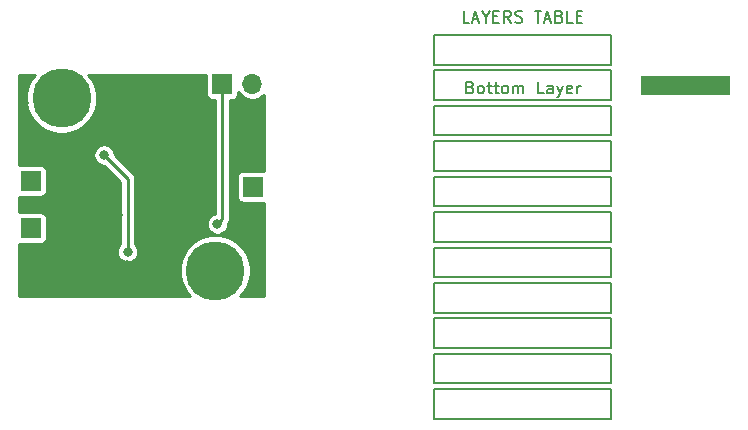
<source format=gbr>
%TF.GenerationSoftware,KiCad,Pcbnew,(5.1.6)-1*%
%TF.CreationDate,2020-07-26T11:23:49+05:30*%
%TF.ProjectId,KiCAD Demo- Buck-Boost Regulator,4b694341-4420-4446-956d-6f2d20427563,rev?*%
%TF.SameCoordinates,Original*%
%TF.FileFunction,Copper,L2,Bot*%
%TF.FilePolarity,Positive*%
%FSLAX46Y46*%
G04 Gerber Fmt 4.6, Leading zero omitted, Abs format (unit mm)*
G04 Created by KiCad (PCBNEW (5.1.6)-1) date 2020-07-26 11:23:49*
%MOMM*%
%LPD*%
G01*
G04 APERTURE LIST*
%TA.AperFunction,NonConductor*%
%ADD10C,0.150000*%
%TD*%
%TA.AperFunction,NonConductor*%
%ADD11C,0.100000*%
%TD*%
%TA.AperFunction,ComponentPad*%
%ADD12O,1.700000X1.700000*%
%TD*%
%TA.AperFunction,ComponentPad*%
%ADD13R,1.700000X1.700000*%
%TD*%
%TA.AperFunction,ComponentPad*%
%ADD14C,0.800000*%
%TD*%
%TA.AperFunction,ComponentPad*%
%ADD15C,5.000000*%
%TD*%
%TA.AperFunction,ViaPad*%
%ADD16C,0.800000*%
%TD*%
%TA.AperFunction,Conductor*%
%ADD17C,0.250000*%
%TD*%
%TA.AperFunction,Conductor*%
%ADD18C,0.254000*%
%TD*%
G04 APERTURE END LIST*
D10*
X138726190Y-66202380D02*
X138250000Y-66202380D01*
X138250000Y-65202380D01*
X139011904Y-65916666D02*
X139488095Y-65916666D01*
X138916666Y-66202380D02*
X139250000Y-65202380D01*
X139583333Y-66202380D01*
X140107142Y-65726190D02*
X140107142Y-66202380D01*
X139773809Y-65202380D02*
X140107142Y-65726190D01*
X140440476Y-65202380D01*
X140773809Y-65678571D02*
X141107142Y-65678571D01*
X141250000Y-66202380D02*
X140773809Y-66202380D01*
X140773809Y-65202380D01*
X141250000Y-65202380D01*
X142250000Y-66202380D02*
X141916666Y-65726190D01*
X141678571Y-66202380D02*
X141678571Y-65202380D01*
X142059523Y-65202380D01*
X142154761Y-65250000D01*
X142202380Y-65297619D01*
X142250000Y-65392857D01*
X142250000Y-65535714D01*
X142202380Y-65630952D01*
X142154761Y-65678571D01*
X142059523Y-65726190D01*
X141678571Y-65726190D01*
X142630952Y-66154761D02*
X142773809Y-66202380D01*
X143011904Y-66202380D01*
X143107142Y-66154761D01*
X143154761Y-66107142D01*
X143202380Y-66011904D01*
X143202380Y-65916666D01*
X143154761Y-65821428D01*
X143107142Y-65773809D01*
X143011904Y-65726190D01*
X142821428Y-65678571D01*
X142726190Y-65630952D01*
X142678571Y-65583333D01*
X142630952Y-65488095D01*
X142630952Y-65392857D01*
X142678571Y-65297619D01*
X142726190Y-65250000D01*
X142821428Y-65202380D01*
X143059523Y-65202380D01*
X143202380Y-65250000D01*
X144250000Y-65202380D02*
X144821428Y-65202380D01*
X144535714Y-66202380D02*
X144535714Y-65202380D01*
X145107142Y-65916666D02*
X145583333Y-65916666D01*
X145011904Y-66202380D02*
X145345238Y-65202380D01*
X145678571Y-66202380D01*
X146345238Y-65678571D02*
X146488095Y-65726190D01*
X146535714Y-65773809D01*
X146583333Y-65869047D01*
X146583333Y-66011904D01*
X146535714Y-66107142D01*
X146488095Y-66154761D01*
X146392857Y-66202380D01*
X146011904Y-66202380D01*
X146011904Y-65202380D01*
X146345238Y-65202380D01*
X146440476Y-65250000D01*
X146488095Y-65297619D01*
X146535714Y-65392857D01*
X146535714Y-65488095D01*
X146488095Y-65583333D01*
X146440476Y-65630952D01*
X146345238Y-65678571D01*
X146011904Y-65678571D01*
X147488095Y-66202380D02*
X147011904Y-66202380D01*
X147011904Y-65202380D01*
X147821428Y-65678571D02*
X148154761Y-65678571D01*
X148297619Y-66202380D02*
X147821428Y-66202380D01*
X147821428Y-65202380D01*
X148297619Y-65202380D01*
D11*
G36*
X160750000Y-72250000D02*
G01*
X153250000Y-72250000D01*
X153250000Y-70750000D01*
X160750000Y-70750000D01*
X160750000Y-72250000D01*
G37*
X160750000Y-72250000D02*
X153250000Y-72250000D01*
X153250000Y-70750000D01*
X160750000Y-70750000D01*
X160750000Y-72250000D01*
D10*
X138821428Y-71678571D02*
X138964285Y-71726190D01*
X139011904Y-71773809D01*
X139059523Y-71869047D01*
X139059523Y-72011904D01*
X139011904Y-72107142D01*
X138964285Y-72154761D01*
X138869047Y-72202380D01*
X138488095Y-72202380D01*
X138488095Y-71202380D01*
X138821428Y-71202380D01*
X138916666Y-71250000D01*
X138964285Y-71297619D01*
X139011904Y-71392857D01*
X139011904Y-71488095D01*
X138964285Y-71583333D01*
X138916666Y-71630952D01*
X138821428Y-71678571D01*
X138488095Y-71678571D01*
X139630952Y-72202380D02*
X139535714Y-72154761D01*
X139488095Y-72107142D01*
X139440476Y-72011904D01*
X139440476Y-71726190D01*
X139488095Y-71630952D01*
X139535714Y-71583333D01*
X139630952Y-71535714D01*
X139773809Y-71535714D01*
X139869047Y-71583333D01*
X139916666Y-71630952D01*
X139964285Y-71726190D01*
X139964285Y-72011904D01*
X139916666Y-72107142D01*
X139869047Y-72154761D01*
X139773809Y-72202380D01*
X139630952Y-72202380D01*
X140250000Y-71535714D02*
X140630952Y-71535714D01*
X140392857Y-71202380D02*
X140392857Y-72059523D01*
X140440476Y-72154761D01*
X140535714Y-72202380D01*
X140630952Y-72202380D01*
X140821428Y-71535714D02*
X141202380Y-71535714D01*
X140964285Y-71202380D02*
X140964285Y-72059523D01*
X141011904Y-72154761D01*
X141107142Y-72202380D01*
X141202380Y-72202380D01*
X141678571Y-72202380D02*
X141583333Y-72154761D01*
X141535714Y-72107142D01*
X141488095Y-72011904D01*
X141488095Y-71726190D01*
X141535714Y-71630952D01*
X141583333Y-71583333D01*
X141678571Y-71535714D01*
X141821428Y-71535714D01*
X141916666Y-71583333D01*
X141964285Y-71630952D01*
X142011904Y-71726190D01*
X142011904Y-72011904D01*
X141964285Y-72107142D01*
X141916666Y-72154761D01*
X141821428Y-72202380D01*
X141678571Y-72202380D01*
X142440476Y-72202380D02*
X142440476Y-71535714D01*
X142440476Y-71630952D02*
X142488095Y-71583333D01*
X142583333Y-71535714D01*
X142726190Y-71535714D01*
X142821428Y-71583333D01*
X142869047Y-71678571D01*
X142869047Y-72202380D01*
X142869047Y-71678571D02*
X142916666Y-71583333D01*
X143011904Y-71535714D01*
X143154761Y-71535714D01*
X143250000Y-71583333D01*
X143297619Y-71678571D01*
X143297619Y-72202380D01*
X145011904Y-72202380D02*
X144535714Y-72202380D01*
X144535714Y-71202380D01*
X145773809Y-72202380D02*
X145773809Y-71678571D01*
X145726190Y-71583333D01*
X145630952Y-71535714D01*
X145440476Y-71535714D01*
X145345238Y-71583333D01*
X145773809Y-72154761D02*
X145678571Y-72202380D01*
X145440476Y-72202380D01*
X145345238Y-72154761D01*
X145297619Y-72059523D01*
X145297619Y-71964285D01*
X145345238Y-71869047D01*
X145440476Y-71821428D01*
X145678571Y-71821428D01*
X145773809Y-71773809D01*
X146154761Y-71535714D02*
X146392857Y-72202380D01*
X146630952Y-71535714D02*
X146392857Y-72202380D01*
X146297619Y-72440476D01*
X146250000Y-72488095D01*
X146154761Y-72535714D01*
X147392857Y-72154761D02*
X147297619Y-72202380D01*
X147107142Y-72202380D01*
X147011904Y-72154761D01*
X146964285Y-72059523D01*
X146964285Y-71678571D01*
X147011904Y-71583333D01*
X147107142Y-71535714D01*
X147297619Y-71535714D01*
X147392857Y-71583333D01*
X147440476Y-71678571D01*
X147440476Y-71773809D01*
X146964285Y-71869047D01*
X147869047Y-72202380D02*
X147869047Y-71535714D01*
X147869047Y-71726190D02*
X147916666Y-71630952D01*
X147964285Y-71583333D01*
X148059523Y-71535714D01*
X148154761Y-71535714D01*
X150750000Y-99750000D02*
X135750000Y-99750000D01*
X150750000Y-97250000D02*
X150750000Y-99750000D01*
X135750000Y-99750000D02*
X135750000Y-97250000D01*
X135750000Y-96750000D02*
X135750000Y-94250000D01*
X135750000Y-97250000D02*
X150750000Y-97250000D01*
X135750000Y-94250000D02*
X150750000Y-94250000D01*
X150750000Y-94250000D02*
X150750000Y-96750000D01*
X150750000Y-96750000D02*
X135750000Y-96750000D01*
X135750000Y-91250000D02*
X150750000Y-91250000D01*
X135750000Y-93750000D02*
X135750000Y-91250000D01*
X150750000Y-91250000D02*
X150750000Y-93750000D01*
X150750000Y-93750000D02*
X135750000Y-93750000D01*
X135750000Y-87750000D02*
X135750000Y-85250000D01*
X135750000Y-85250000D02*
X150750000Y-85250000D01*
X150750000Y-87750000D02*
X135750000Y-87750000D01*
X150750000Y-85250000D02*
X150750000Y-87750000D01*
X135750000Y-90750000D02*
X135750000Y-88250000D01*
X135750000Y-88250000D02*
X150750000Y-88250000D01*
X150750000Y-88250000D02*
X150750000Y-90750000D01*
X150750000Y-90750000D02*
X135750000Y-90750000D01*
X150750000Y-79250000D02*
X150750000Y-81750000D01*
X150750000Y-81750000D02*
X135750000Y-81750000D01*
X135750000Y-81750000D02*
X135750000Y-79250000D01*
X135750000Y-79250000D02*
X150750000Y-79250000D01*
X150750000Y-82250000D02*
X150750000Y-84750000D01*
X135750000Y-82250000D02*
X150750000Y-82250000D01*
X150750000Y-84750000D02*
X135750000Y-84750000D01*
X135750000Y-84750000D02*
X135750000Y-82250000D01*
X150750000Y-76250000D02*
X150750000Y-78750000D01*
X150750000Y-78750000D02*
X135750000Y-78750000D01*
X135750000Y-78750000D02*
X135750000Y-76250000D01*
X135750000Y-76250000D02*
X150750000Y-76250000D01*
X150750000Y-73250000D02*
X150750000Y-75750000D01*
X150750000Y-75750000D02*
X135750000Y-75750000D01*
X135750000Y-75750000D02*
X135750000Y-73250000D01*
X135750000Y-73250000D02*
X150750000Y-73250000D01*
X150750000Y-70250000D02*
X150750000Y-72750000D01*
X150750000Y-72750000D02*
X135750000Y-72750000D01*
X135750000Y-72750000D02*
X135750000Y-70250000D01*
X135750000Y-70250000D02*
X150750000Y-70250000D01*
X135750000Y-67250000D02*
X150750000Y-67250000D01*
X135750000Y-69750000D02*
X135750000Y-67250000D01*
X150750000Y-69750000D02*
X135750000Y-69750000D01*
X150750000Y-67250000D02*
X150750000Y-69750000D01*
D12*
%TO.P,J1,2*%
%TO.N,GND*%
X101600000Y-86140000D03*
D13*
%TO.P,J1,1*%
%TO.N,/Power /+VBAT*%
X101600000Y-83600000D03*
%TD*%
D12*
%TO.P,J2,2*%
%TO.N,GND*%
X120400000Y-82640000D03*
D13*
%TO.P,J2,1*%
%TO.N,+VOUT*%
X120400000Y-80100000D03*
%TD*%
%TO.P,J3,1*%
%TO.N,/Power /+VBAT*%
X101600000Y-79600000D03*
D12*
%TO.P,J3,2*%
%TO.N,GND*%
X101600000Y-77060000D03*
%TD*%
%TO.P,JP1,2*%
%TO.N,Net-(JP1-Pad2)*%
X120340000Y-71400000D03*
D13*
%TO.P,JP1,1*%
%TO.N,/Power /PG*%
X117800000Y-71400000D03*
%TD*%
D14*
%TO.P,H1,1*%
%TO.N,N/C*%
X105525825Y-71274175D03*
X104200000Y-70725000D03*
X102874175Y-71274175D03*
X102325000Y-72600000D03*
X102874175Y-73925825D03*
X104200000Y-74475000D03*
X105525825Y-73925825D03*
X106075000Y-72600000D03*
D15*
X104200000Y-72600000D03*
%TD*%
%TO.P,H2,1*%
%TO.N,N/C*%
X117200000Y-87200000D03*
D14*
X119075000Y-87200000D03*
X118525825Y-88525825D03*
X117200000Y-89075000D03*
X115874175Y-88525825D03*
X115325000Y-87200000D03*
X115874175Y-85874175D03*
X117200000Y-85325000D03*
X118525825Y-85874175D03*
%TD*%
D16*
%TO.N,GND*%
X111479998Y-77600000D03*
X109000000Y-82500000D03*
X108000000Y-82500000D03*
X107000000Y-82500000D03*
X106000000Y-82500000D03*
X105000000Y-83500000D03*
X105000000Y-84500000D03*
X104000000Y-85500000D03*
X104000000Y-86500000D03*
X104000000Y-87500000D03*
X101000000Y-75000000D03*
X101000000Y-74000000D03*
X101000000Y-73000000D03*
X102000000Y-75000000D03*
X103500000Y-76000000D03*
X121000000Y-85000000D03*
X120000000Y-84500000D03*
X119000000Y-84000000D03*
X121000000Y-77000000D03*
X120000000Y-77000000D03*
X119000000Y-77000000D03*
X114000000Y-82600000D03*
X115100000Y-82600000D03*
X116100000Y-82600000D03*
X111000000Y-85400000D03*
X111000000Y-86400000D03*
X108000000Y-86000000D03*
X106000000Y-83800000D03*
X106000000Y-85000000D03*
X105000000Y-86000000D03*
X105000000Y-87000000D03*
X106000000Y-86600000D03*
X106800000Y-85800000D03*
X107200000Y-86800000D03*
X106200000Y-87600000D03*
X119000000Y-78000000D03*
X120000000Y-78000000D03*
X111600000Y-83200000D03*
X106800000Y-84400000D03*
X110800000Y-82600000D03*
X107750000Y-76250000D03*
X109750000Y-86750000D03*
X108500000Y-75250000D03*
X116250000Y-73250000D03*
X115000000Y-73250000D03*
X115000000Y-74750000D03*
X116250000Y-74750000D03*
%TO.N,/Power /PG*%
X117400000Y-83249985D03*
%TO.N,Net-(R2-Pad1)*%
X107800000Y-77400000D03*
X109800000Y-85600000D03*
%TD*%
D17*
%TO.N,/Power /PG*%
X117800000Y-71400000D02*
X117799999Y-82849986D01*
X117799999Y-82849986D02*
X117400000Y-83249985D01*
%TO.N,Net-(R2-Pad1)*%
X107800000Y-77400000D02*
X109800000Y-79400000D01*
X109800000Y-79400000D02*
X109800000Y-85600000D01*
%TD*%
D18*
%TO.N,GND*%
G36*
X101863534Y-70682512D02*
G01*
X101534345Y-71175178D01*
X101307596Y-71722599D01*
X101192000Y-72303738D01*
X101192000Y-72896262D01*
X101307596Y-73477401D01*
X101534345Y-74024822D01*
X101863534Y-74517488D01*
X102282512Y-74936466D01*
X102775178Y-75265655D01*
X103322599Y-75492404D01*
X103903738Y-75608000D01*
X104496262Y-75608000D01*
X105077401Y-75492404D01*
X105624822Y-75265655D01*
X106117488Y-74936466D01*
X106536466Y-74517488D01*
X106865655Y-74024822D01*
X107092404Y-73477401D01*
X107208000Y-72896262D01*
X107208000Y-72303738D01*
X107092404Y-71722599D01*
X106865655Y-71175178D01*
X106536466Y-70682512D01*
X106480954Y-70627000D01*
X116439543Y-70627000D01*
X116439543Y-72250000D01*
X116449351Y-72349585D01*
X116478399Y-72445343D01*
X116525571Y-72533595D01*
X116589052Y-72610948D01*
X116666405Y-72674429D01*
X116754657Y-72721601D01*
X116850415Y-72750649D01*
X116950000Y-72760457D01*
X117167001Y-72760457D01*
X117166999Y-82370543D01*
X117135146Y-82376879D01*
X116969901Y-82445326D01*
X116821184Y-82544696D01*
X116694711Y-82671169D01*
X116595341Y-82819886D01*
X116526894Y-82985131D01*
X116492000Y-83160555D01*
X116492000Y-83339415D01*
X116526894Y-83514839D01*
X116595341Y-83680084D01*
X116694711Y-83828801D01*
X116821184Y-83955274D01*
X116969901Y-84054644D01*
X117135146Y-84123091D01*
X117310570Y-84157985D01*
X117489430Y-84157985D01*
X117664854Y-84123091D01*
X117830099Y-84054644D01*
X117978816Y-83955274D01*
X118105289Y-83828801D01*
X118204659Y-83680084D01*
X118273106Y-83514839D01*
X118308000Y-83339415D01*
X118308000Y-83228787D01*
X118328865Y-83203363D01*
X118387643Y-83093397D01*
X118423839Y-82974076D01*
X118436061Y-82849987D01*
X118432998Y-82818888D01*
X118433000Y-72760457D01*
X118650000Y-72760457D01*
X118749585Y-72750649D01*
X118845343Y-72721601D01*
X118933595Y-72674429D01*
X119010948Y-72610948D01*
X119074429Y-72533595D01*
X119121601Y-72445343D01*
X119150649Y-72349585D01*
X119160457Y-72250000D01*
X119160457Y-72079025D01*
X119285172Y-72265675D01*
X119474325Y-72454828D01*
X119696746Y-72603444D01*
X119943886Y-72705813D01*
X120206249Y-72758000D01*
X120473751Y-72758000D01*
X120736114Y-72705813D01*
X120983254Y-72603444D01*
X121205675Y-72454828D01*
X121373000Y-72287503D01*
X121373000Y-78756454D01*
X121349585Y-78749351D01*
X121250000Y-78739543D01*
X119550000Y-78739543D01*
X119450415Y-78749351D01*
X119354657Y-78778399D01*
X119266405Y-78825571D01*
X119189052Y-78889052D01*
X119125571Y-78966405D01*
X119078399Y-79054657D01*
X119049351Y-79150415D01*
X119039543Y-79250000D01*
X119039543Y-80950000D01*
X119049351Y-81049585D01*
X119078399Y-81145343D01*
X119125571Y-81233595D01*
X119189052Y-81310948D01*
X119266405Y-81374429D01*
X119354657Y-81421601D01*
X119450415Y-81450649D01*
X119550000Y-81460457D01*
X121250000Y-81460457D01*
X121349585Y-81450649D01*
X121373000Y-81443546D01*
X121373000Y-89373000D01*
X119280954Y-89373000D01*
X119536466Y-89117488D01*
X119865655Y-88624822D01*
X120092404Y-88077401D01*
X120208000Y-87496262D01*
X120208000Y-86903738D01*
X120092404Y-86322599D01*
X119865655Y-85775178D01*
X119536466Y-85282512D01*
X119117488Y-84863534D01*
X118624822Y-84534345D01*
X118077401Y-84307596D01*
X117496262Y-84192000D01*
X116903738Y-84192000D01*
X116322599Y-84307596D01*
X115775178Y-84534345D01*
X115282512Y-84863534D01*
X114863534Y-85282512D01*
X114534345Y-85775178D01*
X114307596Y-86322599D01*
X114192000Y-86903738D01*
X114192000Y-87496262D01*
X114307596Y-88077401D01*
X114534345Y-88624822D01*
X114863534Y-89117488D01*
X115119046Y-89373000D01*
X100627000Y-89373000D01*
X100627000Y-84943546D01*
X100650415Y-84950649D01*
X100750000Y-84960457D01*
X102450000Y-84960457D01*
X102549585Y-84950649D01*
X102645343Y-84921601D01*
X102733595Y-84874429D01*
X102810948Y-84810948D01*
X102874429Y-84733595D01*
X102921601Y-84645343D01*
X102950649Y-84549585D01*
X102960457Y-84450000D01*
X102960457Y-82750000D01*
X102950649Y-82650415D01*
X102921601Y-82554657D01*
X102874429Y-82466405D01*
X102810948Y-82389052D01*
X102733595Y-82325571D01*
X102645343Y-82278399D01*
X102549585Y-82249351D01*
X102450000Y-82239543D01*
X100750000Y-82239543D01*
X100650415Y-82249351D01*
X100627000Y-82256454D01*
X100627000Y-80943546D01*
X100650415Y-80950649D01*
X100750000Y-80960457D01*
X102450000Y-80960457D01*
X102549585Y-80950649D01*
X102645343Y-80921601D01*
X102733595Y-80874429D01*
X102810948Y-80810948D01*
X102874429Y-80733595D01*
X102921601Y-80645343D01*
X102950649Y-80549585D01*
X102960457Y-80450000D01*
X102960457Y-78750000D01*
X102950649Y-78650415D01*
X102921601Y-78554657D01*
X102874429Y-78466405D01*
X102810948Y-78389052D01*
X102733595Y-78325571D01*
X102645343Y-78278399D01*
X102549585Y-78249351D01*
X102450000Y-78239543D01*
X100750000Y-78239543D01*
X100650415Y-78249351D01*
X100627000Y-78256454D01*
X100627000Y-77310570D01*
X106892000Y-77310570D01*
X106892000Y-77489430D01*
X106926894Y-77664854D01*
X106995341Y-77830099D01*
X107094711Y-77978816D01*
X107221184Y-78105289D01*
X107369901Y-78204659D01*
X107535146Y-78273106D01*
X107710570Y-78308000D01*
X107812803Y-78308000D01*
X109167000Y-79662198D01*
X109167001Y-84948894D01*
X109094711Y-85021184D01*
X108995341Y-85169901D01*
X108926894Y-85335146D01*
X108892000Y-85510570D01*
X108892000Y-85689430D01*
X108926894Y-85864854D01*
X108995341Y-86030099D01*
X109094711Y-86178816D01*
X109221184Y-86305289D01*
X109369901Y-86404659D01*
X109535146Y-86473106D01*
X109710570Y-86508000D01*
X109889430Y-86508000D01*
X110064854Y-86473106D01*
X110230099Y-86404659D01*
X110378816Y-86305289D01*
X110505289Y-86178816D01*
X110604659Y-86030099D01*
X110673106Y-85864854D01*
X110708000Y-85689430D01*
X110708000Y-85510570D01*
X110673106Y-85335146D01*
X110604659Y-85169901D01*
X110505289Y-85021184D01*
X110433000Y-84948895D01*
X110433000Y-79431085D01*
X110436062Y-79399999D01*
X110433000Y-79368912D01*
X110423840Y-79275910D01*
X110387645Y-79156590D01*
X110328866Y-79046623D01*
X110249764Y-78950236D01*
X110225619Y-78930422D01*
X108708000Y-77412803D01*
X108708000Y-77310570D01*
X108673106Y-77135146D01*
X108604659Y-76969901D01*
X108505289Y-76821184D01*
X108378816Y-76694711D01*
X108230099Y-76595341D01*
X108064854Y-76526894D01*
X107889430Y-76492000D01*
X107710570Y-76492000D01*
X107535146Y-76526894D01*
X107369901Y-76595341D01*
X107221184Y-76694711D01*
X107094711Y-76821184D01*
X106995341Y-76969901D01*
X106926894Y-77135146D01*
X106892000Y-77310570D01*
X100627000Y-77310570D01*
X100627000Y-70627000D01*
X101919046Y-70627000D01*
X101863534Y-70682512D01*
G37*
X101863534Y-70682512D02*
X101534345Y-71175178D01*
X101307596Y-71722599D01*
X101192000Y-72303738D01*
X101192000Y-72896262D01*
X101307596Y-73477401D01*
X101534345Y-74024822D01*
X101863534Y-74517488D01*
X102282512Y-74936466D01*
X102775178Y-75265655D01*
X103322599Y-75492404D01*
X103903738Y-75608000D01*
X104496262Y-75608000D01*
X105077401Y-75492404D01*
X105624822Y-75265655D01*
X106117488Y-74936466D01*
X106536466Y-74517488D01*
X106865655Y-74024822D01*
X107092404Y-73477401D01*
X107208000Y-72896262D01*
X107208000Y-72303738D01*
X107092404Y-71722599D01*
X106865655Y-71175178D01*
X106536466Y-70682512D01*
X106480954Y-70627000D01*
X116439543Y-70627000D01*
X116439543Y-72250000D01*
X116449351Y-72349585D01*
X116478399Y-72445343D01*
X116525571Y-72533595D01*
X116589052Y-72610948D01*
X116666405Y-72674429D01*
X116754657Y-72721601D01*
X116850415Y-72750649D01*
X116950000Y-72760457D01*
X117167001Y-72760457D01*
X117166999Y-82370543D01*
X117135146Y-82376879D01*
X116969901Y-82445326D01*
X116821184Y-82544696D01*
X116694711Y-82671169D01*
X116595341Y-82819886D01*
X116526894Y-82985131D01*
X116492000Y-83160555D01*
X116492000Y-83339415D01*
X116526894Y-83514839D01*
X116595341Y-83680084D01*
X116694711Y-83828801D01*
X116821184Y-83955274D01*
X116969901Y-84054644D01*
X117135146Y-84123091D01*
X117310570Y-84157985D01*
X117489430Y-84157985D01*
X117664854Y-84123091D01*
X117830099Y-84054644D01*
X117978816Y-83955274D01*
X118105289Y-83828801D01*
X118204659Y-83680084D01*
X118273106Y-83514839D01*
X118308000Y-83339415D01*
X118308000Y-83228787D01*
X118328865Y-83203363D01*
X118387643Y-83093397D01*
X118423839Y-82974076D01*
X118436061Y-82849987D01*
X118432998Y-82818888D01*
X118433000Y-72760457D01*
X118650000Y-72760457D01*
X118749585Y-72750649D01*
X118845343Y-72721601D01*
X118933595Y-72674429D01*
X119010948Y-72610948D01*
X119074429Y-72533595D01*
X119121601Y-72445343D01*
X119150649Y-72349585D01*
X119160457Y-72250000D01*
X119160457Y-72079025D01*
X119285172Y-72265675D01*
X119474325Y-72454828D01*
X119696746Y-72603444D01*
X119943886Y-72705813D01*
X120206249Y-72758000D01*
X120473751Y-72758000D01*
X120736114Y-72705813D01*
X120983254Y-72603444D01*
X121205675Y-72454828D01*
X121373000Y-72287503D01*
X121373000Y-78756454D01*
X121349585Y-78749351D01*
X121250000Y-78739543D01*
X119550000Y-78739543D01*
X119450415Y-78749351D01*
X119354657Y-78778399D01*
X119266405Y-78825571D01*
X119189052Y-78889052D01*
X119125571Y-78966405D01*
X119078399Y-79054657D01*
X119049351Y-79150415D01*
X119039543Y-79250000D01*
X119039543Y-80950000D01*
X119049351Y-81049585D01*
X119078399Y-81145343D01*
X119125571Y-81233595D01*
X119189052Y-81310948D01*
X119266405Y-81374429D01*
X119354657Y-81421601D01*
X119450415Y-81450649D01*
X119550000Y-81460457D01*
X121250000Y-81460457D01*
X121349585Y-81450649D01*
X121373000Y-81443546D01*
X121373000Y-89373000D01*
X119280954Y-89373000D01*
X119536466Y-89117488D01*
X119865655Y-88624822D01*
X120092404Y-88077401D01*
X120208000Y-87496262D01*
X120208000Y-86903738D01*
X120092404Y-86322599D01*
X119865655Y-85775178D01*
X119536466Y-85282512D01*
X119117488Y-84863534D01*
X118624822Y-84534345D01*
X118077401Y-84307596D01*
X117496262Y-84192000D01*
X116903738Y-84192000D01*
X116322599Y-84307596D01*
X115775178Y-84534345D01*
X115282512Y-84863534D01*
X114863534Y-85282512D01*
X114534345Y-85775178D01*
X114307596Y-86322599D01*
X114192000Y-86903738D01*
X114192000Y-87496262D01*
X114307596Y-88077401D01*
X114534345Y-88624822D01*
X114863534Y-89117488D01*
X115119046Y-89373000D01*
X100627000Y-89373000D01*
X100627000Y-84943546D01*
X100650415Y-84950649D01*
X100750000Y-84960457D01*
X102450000Y-84960457D01*
X102549585Y-84950649D01*
X102645343Y-84921601D01*
X102733595Y-84874429D01*
X102810948Y-84810948D01*
X102874429Y-84733595D01*
X102921601Y-84645343D01*
X102950649Y-84549585D01*
X102960457Y-84450000D01*
X102960457Y-82750000D01*
X102950649Y-82650415D01*
X102921601Y-82554657D01*
X102874429Y-82466405D01*
X102810948Y-82389052D01*
X102733595Y-82325571D01*
X102645343Y-82278399D01*
X102549585Y-82249351D01*
X102450000Y-82239543D01*
X100750000Y-82239543D01*
X100650415Y-82249351D01*
X100627000Y-82256454D01*
X100627000Y-80943546D01*
X100650415Y-80950649D01*
X100750000Y-80960457D01*
X102450000Y-80960457D01*
X102549585Y-80950649D01*
X102645343Y-80921601D01*
X102733595Y-80874429D01*
X102810948Y-80810948D01*
X102874429Y-80733595D01*
X102921601Y-80645343D01*
X102950649Y-80549585D01*
X102960457Y-80450000D01*
X102960457Y-78750000D01*
X102950649Y-78650415D01*
X102921601Y-78554657D01*
X102874429Y-78466405D01*
X102810948Y-78389052D01*
X102733595Y-78325571D01*
X102645343Y-78278399D01*
X102549585Y-78249351D01*
X102450000Y-78239543D01*
X100750000Y-78239543D01*
X100650415Y-78249351D01*
X100627000Y-78256454D01*
X100627000Y-77310570D01*
X106892000Y-77310570D01*
X106892000Y-77489430D01*
X106926894Y-77664854D01*
X106995341Y-77830099D01*
X107094711Y-77978816D01*
X107221184Y-78105289D01*
X107369901Y-78204659D01*
X107535146Y-78273106D01*
X107710570Y-78308000D01*
X107812803Y-78308000D01*
X109167000Y-79662198D01*
X109167001Y-84948894D01*
X109094711Y-85021184D01*
X108995341Y-85169901D01*
X108926894Y-85335146D01*
X108892000Y-85510570D01*
X108892000Y-85689430D01*
X108926894Y-85864854D01*
X108995341Y-86030099D01*
X109094711Y-86178816D01*
X109221184Y-86305289D01*
X109369901Y-86404659D01*
X109535146Y-86473106D01*
X109710570Y-86508000D01*
X109889430Y-86508000D01*
X110064854Y-86473106D01*
X110230099Y-86404659D01*
X110378816Y-86305289D01*
X110505289Y-86178816D01*
X110604659Y-86030099D01*
X110673106Y-85864854D01*
X110708000Y-85689430D01*
X110708000Y-85510570D01*
X110673106Y-85335146D01*
X110604659Y-85169901D01*
X110505289Y-85021184D01*
X110433000Y-84948895D01*
X110433000Y-79431085D01*
X110436062Y-79399999D01*
X110433000Y-79368912D01*
X110423840Y-79275910D01*
X110387645Y-79156590D01*
X110328866Y-79046623D01*
X110249764Y-78950236D01*
X110225619Y-78930422D01*
X108708000Y-77412803D01*
X108708000Y-77310570D01*
X108673106Y-77135146D01*
X108604659Y-76969901D01*
X108505289Y-76821184D01*
X108378816Y-76694711D01*
X108230099Y-76595341D01*
X108064854Y-76526894D01*
X107889430Y-76492000D01*
X107710570Y-76492000D01*
X107535146Y-76526894D01*
X107369901Y-76595341D01*
X107221184Y-76694711D01*
X107094711Y-76821184D01*
X106995341Y-76969901D01*
X106926894Y-77135146D01*
X106892000Y-77310570D01*
X100627000Y-77310570D01*
X100627000Y-70627000D01*
X101919046Y-70627000D01*
X101863534Y-70682512D01*
%TD*%
M02*

</source>
